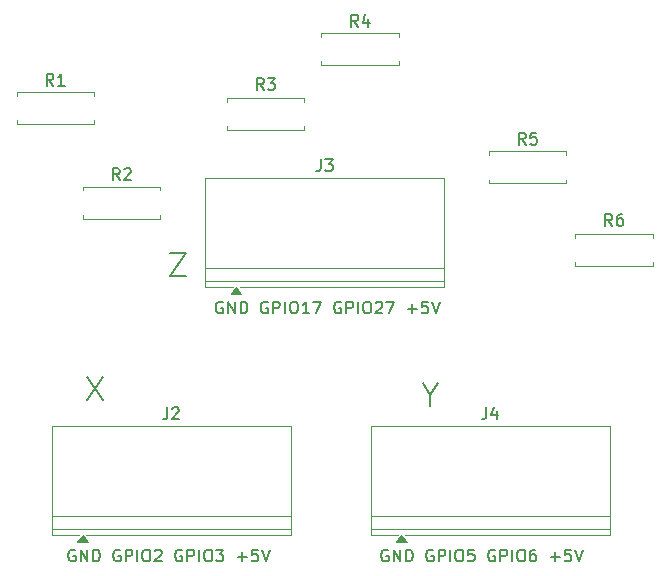
<source format=gto>
G04 #@! TF.GenerationSoftware,KiCad,Pcbnew,9.0.7*
G04 #@! TF.CreationDate,2026-01-15T18:53:01-08:00*
G04 #@! TF.ProjectId,encoders,656e636f-6465-4727-932e-6b696361645f,rev?*
G04 #@! TF.SameCoordinates,Original*
G04 #@! TF.FileFunction,Legend,Top*
G04 #@! TF.FilePolarity,Positive*
%FSLAX46Y46*%
G04 Gerber Fmt 4.6, Leading zero omitted, Abs format (unit mm)*
G04 Created by KiCad (PCBNEW 9.0.7) date 2026-01-15 18:53:01*
%MOMM*%
%LPD*%
G01*
G04 APERTURE LIST*
%ADD10C,0.150000*%
%ADD11C,0.120000*%
G04 APERTURE END LIST*
D10*
X140955826Y-84795057D02*
X140955826Y-85747438D01*
X140289160Y-83747438D02*
X140955826Y-84795057D01*
X140955826Y-84795057D02*
X141622493Y-83747438D01*
X111884398Y-83247438D02*
X113217731Y-85247438D01*
X113217731Y-83247438D02*
X111884398Y-85247438D01*
X118884398Y-72747438D02*
X120217731Y-72747438D01*
X120217731Y-72747438D02*
X118884398Y-74747438D01*
X118884398Y-74747438D02*
X120217731Y-74747438D01*
X123360588Y-76917438D02*
X123265350Y-76869819D01*
X123265350Y-76869819D02*
X123122493Y-76869819D01*
X123122493Y-76869819D02*
X122979636Y-76917438D01*
X122979636Y-76917438D02*
X122884398Y-77012676D01*
X122884398Y-77012676D02*
X122836779Y-77107914D01*
X122836779Y-77107914D02*
X122789160Y-77298390D01*
X122789160Y-77298390D02*
X122789160Y-77441247D01*
X122789160Y-77441247D02*
X122836779Y-77631723D01*
X122836779Y-77631723D02*
X122884398Y-77726961D01*
X122884398Y-77726961D02*
X122979636Y-77822200D01*
X122979636Y-77822200D02*
X123122493Y-77869819D01*
X123122493Y-77869819D02*
X123217731Y-77869819D01*
X123217731Y-77869819D02*
X123360588Y-77822200D01*
X123360588Y-77822200D02*
X123408207Y-77774580D01*
X123408207Y-77774580D02*
X123408207Y-77441247D01*
X123408207Y-77441247D02*
X123217731Y-77441247D01*
X123836779Y-77869819D02*
X123836779Y-76869819D01*
X123836779Y-76869819D02*
X124408207Y-77869819D01*
X124408207Y-77869819D02*
X124408207Y-76869819D01*
X124884398Y-77869819D02*
X124884398Y-76869819D01*
X124884398Y-76869819D02*
X125122493Y-76869819D01*
X125122493Y-76869819D02*
X125265350Y-76917438D01*
X125265350Y-76917438D02*
X125360588Y-77012676D01*
X125360588Y-77012676D02*
X125408207Y-77107914D01*
X125408207Y-77107914D02*
X125455826Y-77298390D01*
X125455826Y-77298390D02*
X125455826Y-77441247D01*
X125455826Y-77441247D02*
X125408207Y-77631723D01*
X125408207Y-77631723D02*
X125360588Y-77726961D01*
X125360588Y-77726961D02*
X125265350Y-77822200D01*
X125265350Y-77822200D02*
X125122493Y-77869819D01*
X125122493Y-77869819D02*
X124884398Y-77869819D01*
X127170112Y-76917438D02*
X127074874Y-76869819D01*
X127074874Y-76869819D02*
X126932017Y-76869819D01*
X126932017Y-76869819D02*
X126789160Y-76917438D01*
X126789160Y-76917438D02*
X126693922Y-77012676D01*
X126693922Y-77012676D02*
X126646303Y-77107914D01*
X126646303Y-77107914D02*
X126598684Y-77298390D01*
X126598684Y-77298390D02*
X126598684Y-77441247D01*
X126598684Y-77441247D02*
X126646303Y-77631723D01*
X126646303Y-77631723D02*
X126693922Y-77726961D01*
X126693922Y-77726961D02*
X126789160Y-77822200D01*
X126789160Y-77822200D02*
X126932017Y-77869819D01*
X126932017Y-77869819D02*
X127027255Y-77869819D01*
X127027255Y-77869819D02*
X127170112Y-77822200D01*
X127170112Y-77822200D02*
X127217731Y-77774580D01*
X127217731Y-77774580D02*
X127217731Y-77441247D01*
X127217731Y-77441247D02*
X127027255Y-77441247D01*
X127646303Y-77869819D02*
X127646303Y-76869819D01*
X127646303Y-76869819D02*
X128027255Y-76869819D01*
X128027255Y-76869819D02*
X128122493Y-76917438D01*
X128122493Y-76917438D02*
X128170112Y-76965057D01*
X128170112Y-76965057D02*
X128217731Y-77060295D01*
X128217731Y-77060295D02*
X128217731Y-77203152D01*
X128217731Y-77203152D02*
X128170112Y-77298390D01*
X128170112Y-77298390D02*
X128122493Y-77346009D01*
X128122493Y-77346009D02*
X128027255Y-77393628D01*
X128027255Y-77393628D02*
X127646303Y-77393628D01*
X128646303Y-77869819D02*
X128646303Y-76869819D01*
X129312969Y-76869819D02*
X129503445Y-76869819D01*
X129503445Y-76869819D02*
X129598683Y-76917438D01*
X129598683Y-76917438D02*
X129693921Y-77012676D01*
X129693921Y-77012676D02*
X129741540Y-77203152D01*
X129741540Y-77203152D02*
X129741540Y-77536485D01*
X129741540Y-77536485D02*
X129693921Y-77726961D01*
X129693921Y-77726961D02*
X129598683Y-77822200D01*
X129598683Y-77822200D02*
X129503445Y-77869819D01*
X129503445Y-77869819D02*
X129312969Y-77869819D01*
X129312969Y-77869819D02*
X129217731Y-77822200D01*
X129217731Y-77822200D02*
X129122493Y-77726961D01*
X129122493Y-77726961D02*
X129074874Y-77536485D01*
X129074874Y-77536485D02*
X129074874Y-77203152D01*
X129074874Y-77203152D02*
X129122493Y-77012676D01*
X129122493Y-77012676D02*
X129217731Y-76917438D01*
X129217731Y-76917438D02*
X129312969Y-76869819D01*
X130693921Y-77869819D02*
X130122493Y-77869819D01*
X130408207Y-77869819D02*
X130408207Y-76869819D01*
X130408207Y-76869819D02*
X130312969Y-77012676D01*
X130312969Y-77012676D02*
X130217731Y-77107914D01*
X130217731Y-77107914D02*
X130122493Y-77155533D01*
X131027255Y-76869819D02*
X131693921Y-76869819D01*
X131693921Y-76869819D02*
X131265350Y-77869819D01*
X133360588Y-76917438D02*
X133265350Y-76869819D01*
X133265350Y-76869819D02*
X133122493Y-76869819D01*
X133122493Y-76869819D02*
X132979636Y-76917438D01*
X132979636Y-76917438D02*
X132884398Y-77012676D01*
X132884398Y-77012676D02*
X132836779Y-77107914D01*
X132836779Y-77107914D02*
X132789160Y-77298390D01*
X132789160Y-77298390D02*
X132789160Y-77441247D01*
X132789160Y-77441247D02*
X132836779Y-77631723D01*
X132836779Y-77631723D02*
X132884398Y-77726961D01*
X132884398Y-77726961D02*
X132979636Y-77822200D01*
X132979636Y-77822200D02*
X133122493Y-77869819D01*
X133122493Y-77869819D02*
X133217731Y-77869819D01*
X133217731Y-77869819D02*
X133360588Y-77822200D01*
X133360588Y-77822200D02*
X133408207Y-77774580D01*
X133408207Y-77774580D02*
X133408207Y-77441247D01*
X133408207Y-77441247D02*
X133217731Y-77441247D01*
X133836779Y-77869819D02*
X133836779Y-76869819D01*
X133836779Y-76869819D02*
X134217731Y-76869819D01*
X134217731Y-76869819D02*
X134312969Y-76917438D01*
X134312969Y-76917438D02*
X134360588Y-76965057D01*
X134360588Y-76965057D02*
X134408207Y-77060295D01*
X134408207Y-77060295D02*
X134408207Y-77203152D01*
X134408207Y-77203152D02*
X134360588Y-77298390D01*
X134360588Y-77298390D02*
X134312969Y-77346009D01*
X134312969Y-77346009D02*
X134217731Y-77393628D01*
X134217731Y-77393628D02*
X133836779Y-77393628D01*
X134836779Y-77869819D02*
X134836779Y-76869819D01*
X135503445Y-76869819D02*
X135693921Y-76869819D01*
X135693921Y-76869819D02*
X135789159Y-76917438D01*
X135789159Y-76917438D02*
X135884397Y-77012676D01*
X135884397Y-77012676D02*
X135932016Y-77203152D01*
X135932016Y-77203152D02*
X135932016Y-77536485D01*
X135932016Y-77536485D02*
X135884397Y-77726961D01*
X135884397Y-77726961D02*
X135789159Y-77822200D01*
X135789159Y-77822200D02*
X135693921Y-77869819D01*
X135693921Y-77869819D02*
X135503445Y-77869819D01*
X135503445Y-77869819D02*
X135408207Y-77822200D01*
X135408207Y-77822200D02*
X135312969Y-77726961D01*
X135312969Y-77726961D02*
X135265350Y-77536485D01*
X135265350Y-77536485D02*
X135265350Y-77203152D01*
X135265350Y-77203152D02*
X135312969Y-77012676D01*
X135312969Y-77012676D02*
X135408207Y-76917438D01*
X135408207Y-76917438D02*
X135503445Y-76869819D01*
X136312969Y-76965057D02*
X136360588Y-76917438D01*
X136360588Y-76917438D02*
X136455826Y-76869819D01*
X136455826Y-76869819D02*
X136693921Y-76869819D01*
X136693921Y-76869819D02*
X136789159Y-76917438D01*
X136789159Y-76917438D02*
X136836778Y-76965057D01*
X136836778Y-76965057D02*
X136884397Y-77060295D01*
X136884397Y-77060295D02*
X136884397Y-77155533D01*
X136884397Y-77155533D02*
X136836778Y-77298390D01*
X136836778Y-77298390D02*
X136265350Y-77869819D01*
X136265350Y-77869819D02*
X136884397Y-77869819D01*
X137217731Y-76869819D02*
X137884397Y-76869819D01*
X137884397Y-76869819D02*
X137455826Y-77869819D01*
X139027255Y-77488866D02*
X139789160Y-77488866D01*
X139408207Y-77869819D02*
X139408207Y-77107914D01*
X140741540Y-76869819D02*
X140265350Y-76869819D01*
X140265350Y-76869819D02*
X140217731Y-77346009D01*
X140217731Y-77346009D02*
X140265350Y-77298390D01*
X140265350Y-77298390D02*
X140360588Y-77250771D01*
X140360588Y-77250771D02*
X140598683Y-77250771D01*
X140598683Y-77250771D02*
X140693921Y-77298390D01*
X140693921Y-77298390D02*
X140741540Y-77346009D01*
X140741540Y-77346009D02*
X140789159Y-77441247D01*
X140789159Y-77441247D02*
X140789159Y-77679342D01*
X140789159Y-77679342D02*
X140741540Y-77774580D01*
X140741540Y-77774580D02*
X140693921Y-77822200D01*
X140693921Y-77822200D02*
X140598683Y-77869819D01*
X140598683Y-77869819D02*
X140360588Y-77869819D01*
X140360588Y-77869819D02*
X140265350Y-77822200D01*
X140265350Y-77822200D02*
X140217731Y-77774580D01*
X141074874Y-76869819D02*
X141408207Y-77869819D01*
X141408207Y-77869819D02*
X141741540Y-76869819D01*
X137360588Y-97917438D02*
X137265350Y-97869819D01*
X137265350Y-97869819D02*
X137122493Y-97869819D01*
X137122493Y-97869819D02*
X136979636Y-97917438D01*
X136979636Y-97917438D02*
X136884398Y-98012676D01*
X136884398Y-98012676D02*
X136836779Y-98107914D01*
X136836779Y-98107914D02*
X136789160Y-98298390D01*
X136789160Y-98298390D02*
X136789160Y-98441247D01*
X136789160Y-98441247D02*
X136836779Y-98631723D01*
X136836779Y-98631723D02*
X136884398Y-98726961D01*
X136884398Y-98726961D02*
X136979636Y-98822200D01*
X136979636Y-98822200D02*
X137122493Y-98869819D01*
X137122493Y-98869819D02*
X137217731Y-98869819D01*
X137217731Y-98869819D02*
X137360588Y-98822200D01*
X137360588Y-98822200D02*
X137408207Y-98774580D01*
X137408207Y-98774580D02*
X137408207Y-98441247D01*
X137408207Y-98441247D02*
X137217731Y-98441247D01*
X137836779Y-98869819D02*
X137836779Y-97869819D01*
X137836779Y-97869819D02*
X138408207Y-98869819D01*
X138408207Y-98869819D02*
X138408207Y-97869819D01*
X138884398Y-98869819D02*
X138884398Y-97869819D01*
X138884398Y-97869819D02*
X139122493Y-97869819D01*
X139122493Y-97869819D02*
X139265350Y-97917438D01*
X139265350Y-97917438D02*
X139360588Y-98012676D01*
X139360588Y-98012676D02*
X139408207Y-98107914D01*
X139408207Y-98107914D02*
X139455826Y-98298390D01*
X139455826Y-98298390D02*
X139455826Y-98441247D01*
X139455826Y-98441247D02*
X139408207Y-98631723D01*
X139408207Y-98631723D02*
X139360588Y-98726961D01*
X139360588Y-98726961D02*
X139265350Y-98822200D01*
X139265350Y-98822200D02*
X139122493Y-98869819D01*
X139122493Y-98869819D02*
X138884398Y-98869819D01*
X141170112Y-97917438D02*
X141074874Y-97869819D01*
X141074874Y-97869819D02*
X140932017Y-97869819D01*
X140932017Y-97869819D02*
X140789160Y-97917438D01*
X140789160Y-97917438D02*
X140693922Y-98012676D01*
X140693922Y-98012676D02*
X140646303Y-98107914D01*
X140646303Y-98107914D02*
X140598684Y-98298390D01*
X140598684Y-98298390D02*
X140598684Y-98441247D01*
X140598684Y-98441247D02*
X140646303Y-98631723D01*
X140646303Y-98631723D02*
X140693922Y-98726961D01*
X140693922Y-98726961D02*
X140789160Y-98822200D01*
X140789160Y-98822200D02*
X140932017Y-98869819D01*
X140932017Y-98869819D02*
X141027255Y-98869819D01*
X141027255Y-98869819D02*
X141170112Y-98822200D01*
X141170112Y-98822200D02*
X141217731Y-98774580D01*
X141217731Y-98774580D02*
X141217731Y-98441247D01*
X141217731Y-98441247D02*
X141027255Y-98441247D01*
X141646303Y-98869819D02*
X141646303Y-97869819D01*
X141646303Y-97869819D02*
X142027255Y-97869819D01*
X142027255Y-97869819D02*
X142122493Y-97917438D01*
X142122493Y-97917438D02*
X142170112Y-97965057D01*
X142170112Y-97965057D02*
X142217731Y-98060295D01*
X142217731Y-98060295D02*
X142217731Y-98203152D01*
X142217731Y-98203152D02*
X142170112Y-98298390D01*
X142170112Y-98298390D02*
X142122493Y-98346009D01*
X142122493Y-98346009D02*
X142027255Y-98393628D01*
X142027255Y-98393628D02*
X141646303Y-98393628D01*
X142646303Y-98869819D02*
X142646303Y-97869819D01*
X143312969Y-97869819D02*
X143503445Y-97869819D01*
X143503445Y-97869819D02*
X143598683Y-97917438D01*
X143598683Y-97917438D02*
X143693921Y-98012676D01*
X143693921Y-98012676D02*
X143741540Y-98203152D01*
X143741540Y-98203152D02*
X143741540Y-98536485D01*
X143741540Y-98536485D02*
X143693921Y-98726961D01*
X143693921Y-98726961D02*
X143598683Y-98822200D01*
X143598683Y-98822200D02*
X143503445Y-98869819D01*
X143503445Y-98869819D02*
X143312969Y-98869819D01*
X143312969Y-98869819D02*
X143217731Y-98822200D01*
X143217731Y-98822200D02*
X143122493Y-98726961D01*
X143122493Y-98726961D02*
X143074874Y-98536485D01*
X143074874Y-98536485D02*
X143074874Y-98203152D01*
X143074874Y-98203152D02*
X143122493Y-98012676D01*
X143122493Y-98012676D02*
X143217731Y-97917438D01*
X143217731Y-97917438D02*
X143312969Y-97869819D01*
X144646302Y-97869819D02*
X144170112Y-97869819D01*
X144170112Y-97869819D02*
X144122493Y-98346009D01*
X144122493Y-98346009D02*
X144170112Y-98298390D01*
X144170112Y-98298390D02*
X144265350Y-98250771D01*
X144265350Y-98250771D02*
X144503445Y-98250771D01*
X144503445Y-98250771D02*
X144598683Y-98298390D01*
X144598683Y-98298390D02*
X144646302Y-98346009D01*
X144646302Y-98346009D02*
X144693921Y-98441247D01*
X144693921Y-98441247D02*
X144693921Y-98679342D01*
X144693921Y-98679342D02*
X144646302Y-98774580D01*
X144646302Y-98774580D02*
X144598683Y-98822200D01*
X144598683Y-98822200D02*
X144503445Y-98869819D01*
X144503445Y-98869819D02*
X144265350Y-98869819D01*
X144265350Y-98869819D02*
X144170112Y-98822200D01*
X144170112Y-98822200D02*
X144122493Y-98774580D01*
X146408207Y-97917438D02*
X146312969Y-97869819D01*
X146312969Y-97869819D02*
X146170112Y-97869819D01*
X146170112Y-97869819D02*
X146027255Y-97917438D01*
X146027255Y-97917438D02*
X145932017Y-98012676D01*
X145932017Y-98012676D02*
X145884398Y-98107914D01*
X145884398Y-98107914D02*
X145836779Y-98298390D01*
X145836779Y-98298390D02*
X145836779Y-98441247D01*
X145836779Y-98441247D02*
X145884398Y-98631723D01*
X145884398Y-98631723D02*
X145932017Y-98726961D01*
X145932017Y-98726961D02*
X146027255Y-98822200D01*
X146027255Y-98822200D02*
X146170112Y-98869819D01*
X146170112Y-98869819D02*
X146265350Y-98869819D01*
X146265350Y-98869819D02*
X146408207Y-98822200D01*
X146408207Y-98822200D02*
X146455826Y-98774580D01*
X146455826Y-98774580D02*
X146455826Y-98441247D01*
X146455826Y-98441247D02*
X146265350Y-98441247D01*
X146884398Y-98869819D02*
X146884398Y-97869819D01*
X146884398Y-97869819D02*
X147265350Y-97869819D01*
X147265350Y-97869819D02*
X147360588Y-97917438D01*
X147360588Y-97917438D02*
X147408207Y-97965057D01*
X147408207Y-97965057D02*
X147455826Y-98060295D01*
X147455826Y-98060295D02*
X147455826Y-98203152D01*
X147455826Y-98203152D02*
X147408207Y-98298390D01*
X147408207Y-98298390D02*
X147360588Y-98346009D01*
X147360588Y-98346009D02*
X147265350Y-98393628D01*
X147265350Y-98393628D02*
X146884398Y-98393628D01*
X147884398Y-98869819D02*
X147884398Y-97869819D01*
X148551064Y-97869819D02*
X148741540Y-97869819D01*
X148741540Y-97869819D02*
X148836778Y-97917438D01*
X148836778Y-97917438D02*
X148932016Y-98012676D01*
X148932016Y-98012676D02*
X148979635Y-98203152D01*
X148979635Y-98203152D02*
X148979635Y-98536485D01*
X148979635Y-98536485D02*
X148932016Y-98726961D01*
X148932016Y-98726961D02*
X148836778Y-98822200D01*
X148836778Y-98822200D02*
X148741540Y-98869819D01*
X148741540Y-98869819D02*
X148551064Y-98869819D01*
X148551064Y-98869819D02*
X148455826Y-98822200D01*
X148455826Y-98822200D02*
X148360588Y-98726961D01*
X148360588Y-98726961D02*
X148312969Y-98536485D01*
X148312969Y-98536485D02*
X148312969Y-98203152D01*
X148312969Y-98203152D02*
X148360588Y-98012676D01*
X148360588Y-98012676D02*
X148455826Y-97917438D01*
X148455826Y-97917438D02*
X148551064Y-97869819D01*
X149836778Y-97869819D02*
X149646302Y-97869819D01*
X149646302Y-97869819D02*
X149551064Y-97917438D01*
X149551064Y-97917438D02*
X149503445Y-97965057D01*
X149503445Y-97965057D02*
X149408207Y-98107914D01*
X149408207Y-98107914D02*
X149360588Y-98298390D01*
X149360588Y-98298390D02*
X149360588Y-98679342D01*
X149360588Y-98679342D02*
X149408207Y-98774580D01*
X149408207Y-98774580D02*
X149455826Y-98822200D01*
X149455826Y-98822200D02*
X149551064Y-98869819D01*
X149551064Y-98869819D02*
X149741540Y-98869819D01*
X149741540Y-98869819D02*
X149836778Y-98822200D01*
X149836778Y-98822200D02*
X149884397Y-98774580D01*
X149884397Y-98774580D02*
X149932016Y-98679342D01*
X149932016Y-98679342D02*
X149932016Y-98441247D01*
X149932016Y-98441247D02*
X149884397Y-98346009D01*
X149884397Y-98346009D02*
X149836778Y-98298390D01*
X149836778Y-98298390D02*
X149741540Y-98250771D01*
X149741540Y-98250771D02*
X149551064Y-98250771D01*
X149551064Y-98250771D02*
X149455826Y-98298390D01*
X149455826Y-98298390D02*
X149408207Y-98346009D01*
X149408207Y-98346009D02*
X149360588Y-98441247D01*
X151122493Y-98488866D02*
X151884398Y-98488866D01*
X151503445Y-98869819D02*
X151503445Y-98107914D01*
X152836778Y-97869819D02*
X152360588Y-97869819D01*
X152360588Y-97869819D02*
X152312969Y-98346009D01*
X152312969Y-98346009D02*
X152360588Y-98298390D01*
X152360588Y-98298390D02*
X152455826Y-98250771D01*
X152455826Y-98250771D02*
X152693921Y-98250771D01*
X152693921Y-98250771D02*
X152789159Y-98298390D01*
X152789159Y-98298390D02*
X152836778Y-98346009D01*
X152836778Y-98346009D02*
X152884397Y-98441247D01*
X152884397Y-98441247D02*
X152884397Y-98679342D01*
X152884397Y-98679342D02*
X152836778Y-98774580D01*
X152836778Y-98774580D02*
X152789159Y-98822200D01*
X152789159Y-98822200D02*
X152693921Y-98869819D01*
X152693921Y-98869819D02*
X152455826Y-98869819D01*
X152455826Y-98869819D02*
X152360588Y-98822200D01*
X152360588Y-98822200D02*
X152312969Y-98774580D01*
X153170112Y-97869819D02*
X153503445Y-98869819D01*
X153503445Y-98869819D02*
X153836778Y-97869819D01*
X110860588Y-97917438D02*
X110765350Y-97869819D01*
X110765350Y-97869819D02*
X110622493Y-97869819D01*
X110622493Y-97869819D02*
X110479636Y-97917438D01*
X110479636Y-97917438D02*
X110384398Y-98012676D01*
X110384398Y-98012676D02*
X110336779Y-98107914D01*
X110336779Y-98107914D02*
X110289160Y-98298390D01*
X110289160Y-98298390D02*
X110289160Y-98441247D01*
X110289160Y-98441247D02*
X110336779Y-98631723D01*
X110336779Y-98631723D02*
X110384398Y-98726961D01*
X110384398Y-98726961D02*
X110479636Y-98822200D01*
X110479636Y-98822200D02*
X110622493Y-98869819D01*
X110622493Y-98869819D02*
X110717731Y-98869819D01*
X110717731Y-98869819D02*
X110860588Y-98822200D01*
X110860588Y-98822200D02*
X110908207Y-98774580D01*
X110908207Y-98774580D02*
X110908207Y-98441247D01*
X110908207Y-98441247D02*
X110717731Y-98441247D01*
X111336779Y-98869819D02*
X111336779Y-97869819D01*
X111336779Y-97869819D02*
X111908207Y-98869819D01*
X111908207Y-98869819D02*
X111908207Y-97869819D01*
X112384398Y-98869819D02*
X112384398Y-97869819D01*
X112384398Y-97869819D02*
X112622493Y-97869819D01*
X112622493Y-97869819D02*
X112765350Y-97917438D01*
X112765350Y-97917438D02*
X112860588Y-98012676D01*
X112860588Y-98012676D02*
X112908207Y-98107914D01*
X112908207Y-98107914D02*
X112955826Y-98298390D01*
X112955826Y-98298390D02*
X112955826Y-98441247D01*
X112955826Y-98441247D02*
X112908207Y-98631723D01*
X112908207Y-98631723D02*
X112860588Y-98726961D01*
X112860588Y-98726961D02*
X112765350Y-98822200D01*
X112765350Y-98822200D02*
X112622493Y-98869819D01*
X112622493Y-98869819D02*
X112384398Y-98869819D01*
X114670112Y-97917438D02*
X114574874Y-97869819D01*
X114574874Y-97869819D02*
X114432017Y-97869819D01*
X114432017Y-97869819D02*
X114289160Y-97917438D01*
X114289160Y-97917438D02*
X114193922Y-98012676D01*
X114193922Y-98012676D02*
X114146303Y-98107914D01*
X114146303Y-98107914D02*
X114098684Y-98298390D01*
X114098684Y-98298390D02*
X114098684Y-98441247D01*
X114098684Y-98441247D02*
X114146303Y-98631723D01*
X114146303Y-98631723D02*
X114193922Y-98726961D01*
X114193922Y-98726961D02*
X114289160Y-98822200D01*
X114289160Y-98822200D02*
X114432017Y-98869819D01*
X114432017Y-98869819D02*
X114527255Y-98869819D01*
X114527255Y-98869819D02*
X114670112Y-98822200D01*
X114670112Y-98822200D02*
X114717731Y-98774580D01*
X114717731Y-98774580D02*
X114717731Y-98441247D01*
X114717731Y-98441247D02*
X114527255Y-98441247D01*
X115146303Y-98869819D02*
X115146303Y-97869819D01*
X115146303Y-97869819D02*
X115527255Y-97869819D01*
X115527255Y-97869819D02*
X115622493Y-97917438D01*
X115622493Y-97917438D02*
X115670112Y-97965057D01*
X115670112Y-97965057D02*
X115717731Y-98060295D01*
X115717731Y-98060295D02*
X115717731Y-98203152D01*
X115717731Y-98203152D02*
X115670112Y-98298390D01*
X115670112Y-98298390D02*
X115622493Y-98346009D01*
X115622493Y-98346009D02*
X115527255Y-98393628D01*
X115527255Y-98393628D02*
X115146303Y-98393628D01*
X116146303Y-98869819D02*
X116146303Y-97869819D01*
X116812969Y-97869819D02*
X117003445Y-97869819D01*
X117003445Y-97869819D02*
X117098683Y-97917438D01*
X117098683Y-97917438D02*
X117193921Y-98012676D01*
X117193921Y-98012676D02*
X117241540Y-98203152D01*
X117241540Y-98203152D02*
X117241540Y-98536485D01*
X117241540Y-98536485D02*
X117193921Y-98726961D01*
X117193921Y-98726961D02*
X117098683Y-98822200D01*
X117098683Y-98822200D02*
X117003445Y-98869819D01*
X117003445Y-98869819D02*
X116812969Y-98869819D01*
X116812969Y-98869819D02*
X116717731Y-98822200D01*
X116717731Y-98822200D02*
X116622493Y-98726961D01*
X116622493Y-98726961D02*
X116574874Y-98536485D01*
X116574874Y-98536485D02*
X116574874Y-98203152D01*
X116574874Y-98203152D02*
X116622493Y-98012676D01*
X116622493Y-98012676D02*
X116717731Y-97917438D01*
X116717731Y-97917438D02*
X116812969Y-97869819D01*
X117622493Y-97965057D02*
X117670112Y-97917438D01*
X117670112Y-97917438D02*
X117765350Y-97869819D01*
X117765350Y-97869819D02*
X118003445Y-97869819D01*
X118003445Y-97869819D02*
X118098683Y-97917438D01*
X118098683Y-97917438D02*
X118146302Y-97965057D01*
X118146302Y-97965057D02*
X118193921Y-98060295D01*
X118193921Y-98060295D02*
X118193921Y-98155533D01*
X118193921Y-98155533D02*
X118146302Y-98298390D01*
X118146302Y-98298390D02*
X117574874Y-98869819D01*
X117574874Y-98869819D02*
X118193921Y-98869819D01*
X119908207Y-97917438D02*
X119812969Y-97869819D01*
X119812969Y-97869819D02*
X119670112Y-97869819D01*
X119670112Y-97869819D02*
X119527255Y-97917438D01*
X119527255Y-97917438D02*
X119432017Y-98012676D01*
X119432017Y-98012676D02*
X119384398Y-98107914D01*
X119384398Y-98107914D02*
X119336779Y-98298390D01*
X119336779Y-98298390D02*
X119336779Y-98441247D01*
X119336779Y-98441247D02*
X119384398Y-98631723D01*
X119384398Y-98631723D02*
X119432017Y-98726961D01*
X119432017Y-98726961D02*
X119527255Y-98822200D01*
X119527255Y-98822200D02*
X119670112Y-98869819D01*
X119670112Y-98869819D02*
X119765350Y-98869819D01*
X119765350Y-98869819D02*
X119908207Y-98822200D01*
X119908207Y-98822200D02*
X119955826Y-98774580D01*
X119955826Y-98774580D02*
X119955826Y-98441247D01*
X119955826Y-98441247D02*
X119765350Y-98441247D01*
X120384398Y-98869819D02*
X120384398Y-97869819D01*
X120384398Y-97869819D02*
X120765350Y-97869819D01*
X120765350Y-97869819D02*
X120860588Y-97917438D01*
X120860588Y-97917438D02*
X120908207Y-97965057D01*
X120908207Y-97965057D02*
X120955826Y-98060295D01*
X120955826Y-98060295D02*
X120955826Y-98203152D01*
X120955826Y-98203152D02*
X120908207Y-98298390D01*
X120908207Y-98298390D02*
X120860588Y-98346009D01*
X120860588Y-98346009D02*
X120765350Y-98393628D01*
X120765350Y-98393628D02*
X120384398Y-98393628D01*
X121384398Y-98869819D02*
X121384398Y-97869819D01*
X122051064Y-97869819D02*
X122241540Y-97869819D01*
X122241540Y-97869819D02*
X122336778Y-97917438D01*
X122336778Y-97917438D02*
X122432016Y-98012676D01*
X122432016Y-98012676D02*
X122479635Y-98203152D01*
X122479635Y-98203152D02*
X122479635Y-98536485D01*
X122479635Y-98536485D02*
X122432016Y-98726961D01*
X122432016Y-98726961D02*
X122336778Y-98822200D01*
X122336778Y-98822200D02*
X122241540Y-98869819D01*
X122241540Y-98869819D02*
X122051064Y-98869819D01*
X122051064Y-98869819D02*
X121955826Y-98822200D01*
X121955826Y-98822200D02*
X121860588Y-98726961D01*
X121860588Y-98726961D02*
X121812969Y-98536485D01*
X121812969Y-98536485D02*
X121812969Y-98203152D01*
X121812969Y-98203152D02*
X121860588Y-98012676D01*
X121860588Y-98012676D02*
X121955826Y-97917438D01*
X121955826Y-97917438D02*
X122051064Y-97869819D01*
X122812969Y-97869819D02*
X123432016Y-97869819D01*
X123432016Y-97869819D02*
X123098683Y-98250771D01*
X123098683Y-98250771D02*
X123241540Y-98250771D01*
X123241540Y-98250771D02*
X123336778Y-98298390D01*
X123336778Y-98298390D02*
X123384397Y-98346009D01*
X123384397Y-98346009D02*
X123432016Y-98441247D01*
X123432016Y-98441247D02*
X123432016Y-98679342D01*
X123432016Y-98679342D02*
X123384397Y-98774580D01*
X123384397Y-98774580D02*
X123336778Y-98822200D01*
X123336778Y-98822200D02*
X123241540Y-98869819D01*
X123241540Y-98869819D02*
X122955826Y-98869819D01*
X122955826Y-98869819D02*
X122860588Y-98822200D01*
X122860588Y-98822200D02*
X122812969Y-98774580D01*
X124622493Y-98488866D02*
X125384398Y-98488866D01*
X125003445Y-98869819D02*
X125003445Y-98107914D01*
X126336778Y-97869819D02*
X125860588Y-97869819D01*
X125860588Y-97869819D02*
X125812969Y-98346009D01*
X125812969Y-98346009D02*
X125860588Y-98298390D01*
X125860588Y-98298390D02*
X125955826Y-98250771D01*
X125955826Y-98250771D02*
X126193921Y-98250771D01*
X126193921Y-98250771D02*
X126289159Y-98298390D01*
X126289159Y-98298390D02*
X126336778Y-98346009D01*
X126336778Y-98346009D02*
X126384397Y-98441247D01*
X126384397Y-98441247D02*
X126384397Y-98679342D01*
X126384397Y-98679342D02*
X126336778Y-98774580D01*
X126336778Y-98774580D02*
X126289159Y-98822200D01*
X126289159Y-98822200D02*
X126193921Y-98869819D01*
X126193921Y-98869819D02*
X125955826Y-98869819D01*
X125955826Y-98869819D02*
X125860588Y-98822200D01*
X125860588Y-98822200D02*
X125812969Y-98774580D01*
X126670112Y-97869819D02*
X127003445Y-98869819D01*
X127003445Y-98869819D02*
X127336778Y-97869819D01*
X118666666Y-85834819D02*
X118666666Y-86549104D01*
X118666666Y-86549104D02*
X118619047Y-86691961D01*
X118619047Y-86691961D02*
X118523809Y-86787200D01*
X118523809Y-86787200D02*
X118380952Y-86834819D01*
X118380952Y-86834819D02*
X118285714Y-86834819D01*
X119095238Y-85930057D02*
X119142857Y-85882438D01*
X119142857Y-85882438D02*
X119238095Y-85834819D01*
X119238095Y-85834819D02*
X119476190Y-85834819D01*
X119476190Y-85834819D02*
X119571428Y-85882438D01*
X119571428Y-85882438D02*
X119619047Y-85930057D01*
X119619047Y-85930057D02*
X119666666Y-86025295D01*
X119666666Y-86025295D02*
X119666666Y-86120533D01*
X119666666Y-86120533D02*
X119619047Y-86263390D01*
X119619047Y-86263390D02*
X119047619Y-86834819D01*
X119047619Y-86834819D02*
X119666666Y-86834819D01*
X109023333Y-58584819D02*
X108690000Y-58108628D01*
X108451905Y-58584819D02*
X108451905Y-57584819D01*
X108451905Y-57584819D02*
X108832857Y-57584819D01*
X108832857Y-57584819D02*
X108928095Y-57632438D01*
X108928095Y-57632438D02*
X108975714Y-57680057D01*
X108975714Y-57680057D02*
X109023333Y-57775295D01*
X109023333Y-57775295D02*
X109023333Y-57918152D01*
X109023333Y-57918152D02*
X108975714Y-58013390D01*
X108975714Y-58013390D02*
X108928095Y-58061009D01*
X108928095Y-58061009D02*
X108832857Y-58108628D01*
X108832857Y-58108628D02*
X108451905Y-58108628D01*
X109975714Y-58584819D02*
X109404286Y-58584819D01*
X109690000Y-58584819D02*
X109690000Y-57584819D01*
X109690000Y-57584819D02*
X109594762Y-57727676D01*
X109594762Y-57727676D02*
X109499524Y-57822914D01*
X109499524Y-57822914D02*
X109404286Y-57870533D01*
X149023333Y-63584819D02*
X148690000Y-63108628D01*
X148451905Y-63584819D02*
X148451905Y-62584819D01*
X148451905Y-62584819D02*
X148832857Y-62584819D01*
X148832857Y-62584819D02*
X148928095Y-62632438D01*
X148928095Y-62632438D02*
X148975714Y-62680057D01*
X148975714Y-62680057D02*
X149023333Y-62775295D01*
X149023333Y-62775295D02*
X149023333Y-62918152D01*
X149023333Y-62918152D02*
X148975714Y-63013390D01*
X148975714Y-63013390D02*
X148928095Y-63061009D01*
X148928095Y-63061009D02*
X148832857Y-63108628D01*
X148832857Y-63108628D02*
X148451905Y-63108628D01*
X149928095Y-62584819D02*
X149451905Y-62584819D01*
X149451905Y-62584819D02*
X149404286Y-63061009D01*
X149404286Y-63061009D02*
X149451905Y-63013390D01*
X149451905Y-63013390D02*
X149547143Y-62965771D01*
X149547143Y-62965771D02*
X149785238Y-62965771D01*
X149785238Y-62965771D02*
X149880476Y-63013390D01*
X149880476Y-63013390D02*
X149928095Y-63061009D01*
X149928095Y-63061009D02*
X149975714Y-63156247D01*
X149975714Y-63156247D02*
X149975714Y-63394342D01*
X149975714Y-63394342D02*
X149928095Y-63489580D01*
X149928095Y-63489580D02*
X149880476Y-63537200D01*
X149880476Y-63537200D02*
X149785238Y-63584819D01*
X149785238Y-63584819D02*
X149547143Y-63584819D01*
X149547143Y-63584819D02*
X149451905Y-63537200D01*
X149451905Y-63537200D02*
X149404286Y-63489580D01*
X126833333Y-58954819D02*
X126500000Y-58478628D01*
X126261905Y-58954819D02*
X126261905Y-57954819D01*
X126261905Y-57954819D02*
X126642857Y-57954819D01*
X126642857Y-57954819D02*
X126738095Y-58002438D01*
X126738095Y-58002438D02*
X126785714Y-58050057D01*
X126785714Y-58050057D02*
X126833333Y-58145295D01*
X126833333Y-58145295D02*
X126833333Y-58288152D01*
X126833333Y-58288152D02*
X126785714Y-58383390D01*
X126785714Y-58383390D02*
X126738095Y-58431009D01*
X126738095Y-58431009D02*
X126642857Y-58478628D01*
X126642857Y-58478628D02*
X126261905Y-58478628D01*
X127166667Y-57954819D02*
X127785714Y-57954819D01*
X127785714Y-57954819D02*
X127452381Y-58335771D01*
X127452381Y-58335771D02*
X127595238Y-58335771D01*
X127595238Y-58335771D02*
X127690476Y-58383390D01*
X127690476Y-58383390D02*
X127738095Y-58431009D01*
X127738095Y-58431009D02*
X127785714Y-58526247D01*
X127785714Y-58526247D02*
X127785714Y-58764342D01*
X127785714Y-58764342D02*
X127738095Y-58859580D01*
X127738095Y-58859580D02*
X127690476Y-58907200D01*
X127690476Y-58907200D02*
X127595238Y-58954819D01*
X127595238Y-58954819D02*
X127309524Y-58954819D01*
X127309524Y-58954819D02*
X127214286Y-58907200D01*
X127214286Y-58907200D02*
X127166667Y-58859580D01*
X131666666Y-64834819D02*
X131666666Y-65549104D01*
X131666666Y-65549104D02*
X131619047Y-65691961D01*
X131619047Y-65691961D02*
X131523809Y-65787200D01*
X131523809Y-65787200D02*
X131380952Y-65834819D01*
X131380952Y-65834819D02*
X131285714Y-65834819D01*
X132047619Y-64834819D02*
X132666666Y-64834819D01*
X132666666Y-64834819D02*
X132333333Y-65215771D01*
X132333333Y-65215771D02*
X132476190Y-65215771D01*
X132476190Y-65215771D02*
X132571428Y-65263390D01*
X132571428Y-65263390D02*
X132619047Y-65311009D01*
X132619047Y-65311009D02*
X132666666Y-65406247D01*
X132666666Y-65406247D02*
X132666666Y-65644342D01*
X132666666Y-65644342D02*
X132619047Y-65739580D01*
X132619047Y-65739580D02*
X132571428Y-65787200D01*
X132571428Y-65787200D02*
X132476190Y-65834819D01*
X132476190Y-65834819D02*
X132190476Y-65834819D01*
X132190476Y-65834819D02*
X132095238Y-65787200D01*
X132095238Y-65787200D02*
X132047619Y-65739580D01*
X134833333Y-53584819D02*
X134500000Y-53108628D01*
X134261905Y-53584819D02*
X134261905Y-52584819D01*
X134261905Y-52584819D02*
X134642857Y-52584819D01*
X134642857Y-52584819D02*
X134738095Y-52632438D01*
X134738095Y-52632438D02*
X134785714Y-52680057D01*
X134785714Y-52680057D02*
X134833333Y-52775295D01*
X134833333Y-52775295D02*
X134833333Y-52918152D01*
X134833333Y-52918152D02*
X134785714Y-53013390D01*
X134785714Y-53013390D02*
X134738095Y-53061009D01*
X134738095Y-53061009D02*
X134642857Y-53108628D01*
X134642857Y-53108628D02*
X134261905Y-53108628D01*
X135690476Y-52918152D02*
X135690476Y-53584819D01*
X135452381Y-52537200D02*
X135214286Y-53251485D01*
X135214286Y-53251485D02*
X135833333Y-53251485D01*
X145666666Y-85834819D02*
X145666666Y-86549104D01*
X145666666Y-86549104D02*
X145619047Y-86691961D01*
X145619047Y-86691961D02*
X145523809Y-86787200D01*
X145523809Y-86787200D02*
X145380952Y-86834819D01*
X145380952Y-86834819D02*
X145285714Y-86834819D01*
X146571428Y-86168152D02*
X146571428Y-86834819D01*
X146333333Y-85787200D02*
X146095238Y-86501485D01*
X146095238Y-86501485D02*
X146714285Y-86501485D01*
X114643333Y-66584819D02*
X114310000Y-66108628D01*
X114071905Y-66584819D02*
X114071905Y-65584819D01*
X114071905Y-65584819D02*
X114452857Y-65584819D01*
X114452857Y-65584819D02*
X114548095Y-65632438D01*
X114548095Y-65632438D02*
X114595714Y-65680057D01*
X114595714Y-65680057D02*
X114643333Y-65775295D01*
X114643333Y-65775295D02*
X114643333Y-65918152D01*
X114643333Y-65918152D02*
X114595714Y-66013390D01*
X114595714Y-66013390D02*
X114548095Y-66061009D01*
X114548095Y-66061009D02*
X114452857Y-66108628D01*
X114452857Y-66108628D02*
X114071905Y-66108628D01*
X115024286Y-65680057D02*
X115071905Y-65632438D01*
X115071905Y-65632438D02*
X115167143Y-65584819D01*
X115167143Y-65584819D02*
X115405238Y-65584819D01*
X115405238Y-65584819D02*
X115500476Y-65632438D01*
X115500476Y-65632438D02*
X115548095Y-65680057D01*
X115548095Y-65680057D02*
X115595714Y-65775295D01*
X115595714Y-65775295D02*
X115595714Y-65870533D01*
X115595714Y-65870533D02*
X115548095Y-66013390D01*
X115548095Y-66013390D02*
X114976667Y-66584819D01*
X114976667Y-66584819D02*
X115595714Y-66584819D01*
X156333333Y-70454819D02*
X156000000Y-69978628D01*
X155761905Y-70454819D02*
X155761905Y-69454819D01*
X155761905Y-69454819D02*
X156142857Y-69454819D01*
X156142857Y-69454819D02*
X156238095Y-69502438D01*
X156238095Y-69502438D02*
X156285714Y-69550057D01*
X156285714Y-69550057D02*
X156333333Y-69645295D01*
X156333333Y-69645295D02*
X156333333Y-69788152D01*
X156333333Y-69788152D02*
X156285714Y-69883390D01*
X156285714Y-69883390D02*
X156238095Y-69931009D01*
X156238095Y-69931009D02*
X156142857Y-69978628D01*
X156142857Y-69978628D02*
X155761905Y-69978628D01*
X157190476Y-69454819D02*
X157000000Y-69454819D01*
X157000000Y-69454819D02*
X156904762Y-69502438D01*
X156904762Y-69502438D02*
X156857143Y-69550057D01*
X156857143Y-69550057D02*
X156761905Y-69692914D01*
X156761905Y-69692914D02*
X156714286Y-69883390D01*
X156714286Y-69883390D02*
X156714286Y-70264342D01*
X156714286Y-70264342D02*
X156761905Y-70359580D01*
X156761905Y-70359580D02*
X156809524Y-70407200D01*
X156809524Y-70407200D02*
X156904762Y-70454819D01*
X156904762Y-70454819D02*
X157095238Y-70454819D01*
X157095238Y-70454819D02*
X157190476Y-70407200D01*
X157190476Y-70407200D02*
X157238095Y-70359580D01*
X157238095Y-70359580D02*
X157285714Y-70264342D01*
X157285714Y-70264342D02*
X157285714Y-70026247D01*
X157285714Y-70026247D02*
X157238095Y-69931009D01*
X157238095Y-69931009D02*
X157190476Y-69883390D01*
X157190476Y-69883390D02*
X157095238Y-69835771D01*
X157095238Y-69835771D02*
X156904762Y-69835771D01*
X156904762Y-69835771D02*
X156809524Y-69883390D01*
X156809524Y-69883390D02*
X156761905Y-69931009D01*
X156761905Y-69931009D02*
X156714286Y-70026247D01*
D11*
X108880000Y-87380000D02*
X129120000Y-87380000D01*
X108880000Y-95000000D02*
X129120000Y-95000000D01*
X108880000Y-96100000D02*
X129120000Y-96100000D01*
X108880000Y-96620000D02*
X108880000Y-87380000D01*
X111200000Y-96620000D02*
X108880000Y-96620000D01*
X129120000Y-87380000D02*
X129120000Y-96620000D01*
X129120000Y-96620000D02*
X111800000Y-96620000D01*
X111940000Y-97230000D02*
X111060000Y-97230000D01*
X111500000Y-96620000D01*
X111940000Y-97230000D01*
G36*
X111940000Y-97230000D02*
G01*
X111060000Y-97230000D01*
X111500000Y-96620000D01*
X111940000Y-97230000D01*
G37*
X105920000Y-59130000D02*
X112460000Y-59130000D01*
X105920000Y-59460000D02*
X105920000Y-59130000D01*
X105920000Y-61540000D02*
X105920000Y-61870000D01*
X105920000Y-61870000D02*
X112460000Y-61870000D01*
X112460000Y-59130000D02*
X112460000Y-59460000D01*
X112460000Y-61870000D02*
X112460000Y-61540000D01*
X145920000Y-64130000D02*
X152460000Y-64130000D01*
X145920000Y-64460000D02*
X145920000Y-64130000D01*
X145920000Y-66540000D02*
X145920000Y-66870000D01*
X145920000Y-66870000D02*
X152460000Y-66870000D01*
X152460000Y-64130000D02*
X152460000Y-64460000D01*
X152460000Y-66870000D02*
X152460000Y-66540000D01*
X123730000Y-59630000D02*
X130270000Y-59630000D01*
X123730000Y-59960000D02*
X123730000Y-59630000D01*
X123730000Y-62040000D02*
X123730000Y-62370000D01*
X123730000Y-62370000D02*
X130270000Y-62370000D01*
X130270000Y-59630000D02*
X130270000Y-59960000D01*
X130270000Y-62370000D02*
X130270000Y-62040000D01*
X121880000Y-66380000D02*
X142120000Y-66380000D01*
X121880000Y-74000000D02*
X142120000Y-74000000D01*
X121880000Y-75100000D02*
X142120000Y-75100000D01*
X121880000Y-75620000D02*
X121880000Y-66380000D01*
X124200000Y-75620000D02*
X121880000Y-75620000D01*
X142120000Y-66380000D02*
X142120000Y-75620000D01*
X142120000Y-75620000D02*
X124800000Y-75620000D01*
X124940000Y-76230000D02*
X124060000Y-76230000D01*
X124500000Y-75620000D01*
X124940000Y-76230000D01*
G36*
X124940000Y-76230000D02*
G01*
X124060000Y-76230000D01*
X124500000Y-75620000D01*
X124940000Y-76230000D01*
G37*
X131730000Y-54130000D02*
X138270000Y-54130000D01*
X131730000Y-54460000D02*
X131730000Y-54130000D01*
X131730000Y-56540000D02*
X131730000Y-56870000D01*
X131730000Y-56870000D02*
X138270000Y-56870000D01*
X138270000Y-54130000D02*
X138270000Y-54460000D01*
X138270000Y-56870000D02*
X138270000Y-56540000D01*
X135880000Y-87380000D02*
X156120000Y-87380000D01*
X135880000Y-95000000D02*
X156120000Y-95000000D01*
X135880000Y-96100000D02*
X156120000Y-96100000D01*
X135880000Y-96620000D02*
X135880000Y-87380000D01*
X138200000Y-96620000D02*
X135880000Y-96620000D01*
X156120000Y-87380000D02*
X156120000Y-96620000D01*
X156120000Y-96620000D02*
X138800000Y-96620000D01*
X138940000Y-97230000D02*
X138060000Y-97230000D01*
X138500000Y-96620000D01*
X138940000Y-97230000D01*
G36*
X138940000Y-97230000D02*
G01*
X138060000Y-97230000D01*
X138500000Y-96620000D01*
X138940000Y-97230000D01*
G37*
X111540000Y-67130000D02*
X118080000Y-67130000D01*
X111540000Y-67460000D02*
X111540000Y-67130000D01*
X111540000Y-69540000D02*
X111540000Y-69870000D01*
X111540000Y-69870000D02*
X118080000Y-69870000D01*
X118080000Y-67130000D02*
X118080000Y-67460000D01*
X118080000Y-69870000D02*
X118080000Y-69540000D01*
X153230000Y-71130000D02*
X159770000Y-71130000D01*
X153230000Y-71460000D02*
X153230000Y-71130000D01*
X153230000Y-73540000D02*
X153230000Y-73870000D01*
X153230000Y-73870000D02*
X159770000Y-73870000D01*
X159770000Y-71130000D02*
X159770000Y-71460000D01*
X159770000Y-73870000D02*
X159770000Y-73540000D01*
M02*

</source>
